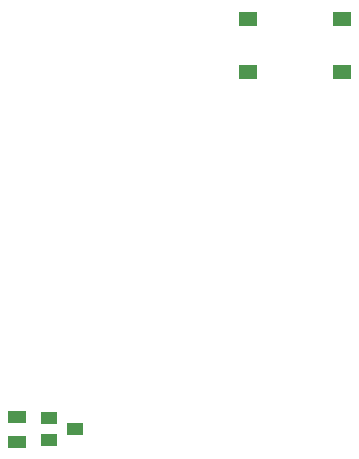
<source format=gtp>
G75*
G70*
%OFA0B0*%
%FSLAX24Y24*%
%IPPOS*%
%LPD*%
%AMOC8*
5,1,8,0,0,1.08239X$1,22.5*
%
%ADD10R,0.0551X0.0394*%
%ADD11R,0.0591X0.0433*%
%ADD12R,0.0610X0.0512*%
D10*
X021646Y004874D03*
X020780Y004500D03*
X020780Y005248D03*
D11*
X019737Y005288D03*
X019737Y004461D03*
D12*
X027424Y016784D03*
X030554Y016784D03*
X027424Y018556D03*
X030554Y018556D03*
M02*

</source>
